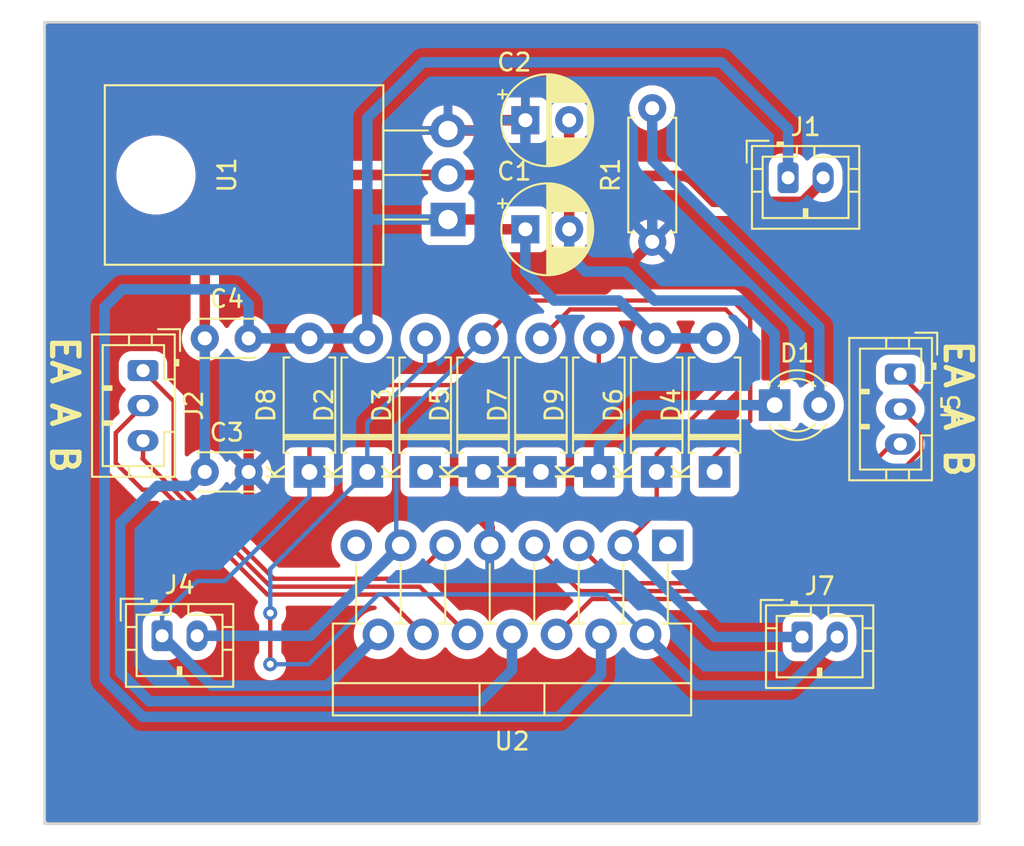
<source format=kicad_pcb>
(kicad_pcb (version 20221018) (generator pcbnew)
  (title_block (title "L298 Motor Driver Module") (date "2020-05-10") (rev "V1.0") (company "www.ArnabKumarDas.com") (comment 1 "Open Source Hardware"))
  (layers (0 "F.Cu" signal) (31 "B.Cu" signal) (34 "B.Paste" user) (35 "F.Paste" user) (36 "B.SilkS" user "B.Silkscreen") (37 "F.SilkS" user "F.Silkscreen") (38 "B.Mask" user) (39 "F.Mask" user) (44 "Edge.Cuts" user))
  (net 0 "")
  (net 1 "+BATT")
  (net 2 "GND")
  (net 3 "+5V")
  (net 4 "Net-(D1-A)")
  (net 5 "Net-(D2-K)")
  (net 6 "Net-(D4-K)")
  (net 7 "Net-(D6-K)")
  (net 8 "Net-(D8-K)")
  (net 9 "Net-(J2-Pin_1)")
  (net 10 "Net-(J2-Pin_2)")
  (net 11 "Net-(J2-Pin_3)")
  (net 12 "Net-(J5-Pin_1)")
  (net 13 "Net-(J5-Pin_2)")
  (net 14 "Net-(J5-Pin_3)")
  (net 15 "Net-(J6-Pin_2)")
  (net 16 "Net-(J6-Pin_1)")
  (footprint "Capacitor_THT:CP_Radial_D5.0mm_P2.50mm" (layer "F.Cu") (at 146.812 86.741)
    (fp_text reference "C1" (at -0.635 -3.302) (layer "F.SilkS"))
    (fp_text value "47u")
    (pad "1" thru_hole rect (at 0 0) (size 1.6 1.6) (drill 0.8) (layers "*.Cu" "*.Mask") (net 1 "+BATT"))
    (pad "2" thru_hole circle (at 2.5 0) (size 1.6 1.6) (drill 0.8) (layers "*.Cu" "*.Mask") (net 2 "GND"))
  )
  (footprint "Capacitor_THT:CP_Radial_D5.0mm_P2.50mm" (layer "F.Cu") (at 146.812 80.518)
    (fp_text reference "C2" (at -0.635 -3.302) (layer "F.SilkS"))
    (fp_text value "47u")
    (pad "1" thru_hole rect (at 0 0) (size 1.6 1.6) (drill 0.8) (layers "*.Cu" "*.Mask") (net 3 "+5V"))
    (pad "2" thru_hole circle (at 2.5 0) (size 1.6 1.6) (drill 0.8) (layers "*.Cu" "*.Mask") (net 2 "GND"))
  )
  (footprint "Capacitor_THT:C_Disc_D3.0mm_W2.0mm_P2.50mm" (layer "F.Cu") (at 128.524 100.584)
    (fp_text reference "C3" (at 1.25 -2.25) (layer "F.SilkS"))
    (fp_text value "100n")
    (pad "1" thru_hole circle (at 0 0) (size 1.6 1.6) (drill 0.8) (layers "*.Cu" "*.Mask") (net 2 "GND"))
    (pad "2" thru_hole circle (at 2.5 0) (size 1.6 1.6) (drill 0.8) (layers "*.Cu" "*.Mask") (net 3 "+5V"))
  )
  (footprint "Capacitor_THT:C_Disc_D3.0mm_W2.0mm_P2.50mm" (layer "F.Cu") (at 128.524 92.964)
    (fp_text reference "C4" (at 1.25 -2.25) (layer "F.SilkS"))
    (fp_text value "100n")
    (pad "1" thru_hole circle (at 0 0) (size 1.6 1.6) (drill 0.8) (layers "*.Cu" "*.Mask") (net 2 "GND"))
    (pad "2" thru_hole circle (at 2.5 0) (size 1.6 1.6) (drill 0.8) (layers "*.Cu" "*.Mask") (net 1 "+BATT"))
  )
  (footprint "LED_THT:LED_D3.0mm" (layer "F.Cu") (at 161.036 96.774)
    (fp_text reference "D1" (at 1.27 -2.96) (layer "F.SilkS"))
    (fp_text value "LED")
    (pad "1" thru_hole rect (at 0 0) (size 1.8 1.8) (drill 0.9) (layers "*.Cu" "*.Mask") (net 2 "GND"))
    (pad "2" thru_hole circle (at 2.54 0) (size 1.8 1.8) (drill 0.9) (layers "*.Cu" "*.Mask") (net 4 "Net-(D1-A)"))
  )
  (footprint "Diode_THT:D_A-405_P7.62mm_Horizontal" (layer "F.Cu") (at 137.795 100.584 90)
    (fp_text reference "D2" (at 3.81 -2.47 90) (layer "F.SilkS"))
    (fp_text value "1N4007")
    (fp_text user "K" (at 0 -1.9 90) (layer "F.SilkS"))
    (pad "1" thru_hole rect (at 0 0 90) (size 1.8 1.8) (drill 0.9) (layers "*.Cu" "*.Mask") (net 5 "Net-(D2-K)"))
    (pad "2" thru_hole oval (at 7.62 0 90) (size 1.8 1.8) (drill 0.9) (layers "*.Cu" "*.Mask") (net 1 "+BATT"))
  )
  (footprint "Diode_THT:D_A-405_P7.62mm_Horizontal" (layer "F.Cu") (at 141.097 100.584 90)
    (fp_text reference "D3" (at 3.81 -2.47 90) (layer "F.SilkS"))
    (fp_text value "1N4007")
    (fp_text user "K" (at 0 -1.9 90) (layer "F.SilkS"))
    (pad "1" thru_hole rect (at 0 0 90) (size 1.8 1.8) (drill 0.9) (layers "*.Cu" "*.Mask") (net 2 "GND"))
    (pad "2" thru_hole oval (at 7.62 0 90) (size 1.8 1.8) (drill 0.9) (layers "*.Cu" "*.Mask") (net 5 "Net-(D2-K)"))
  )
  (footprint "Diode_THT:D_A-405_P7.62mm_Horizontal" (layer "F.Cu") (at 157.607 100.584 90)
    (fp_text reference "D4" (at 3.81 -2.47 90) (layer "F.SilkS"))
    (fp_text value "1N4007")
    (fp_text user "K" (at 0 -1.9 90) (layer "F.SilkS"))
    (pad "1" thru_hole rect (at 0 0 90) (size 1.8 1.8) (drill 0.9) (layers "*.Cu" "*.Mask") (net 6 "Net-(D4-K)"))
    (pad "2" thru_hole oval (at 7.62 0 90) (size 1.8 1.8) (drill 0.9) (layers "*.Cu" "*.Mask") (net 1 "+BATT"))
  )
  (footprint "Diode_THT:D_A-405_P7.62mm_Horizontal" (layer "F.Cu") (at 144.399 100.584 90)
    (fp_text reference "D5" (at 3.81 -2.47 90) (layer "F.SilkS"))
    (fp_text value "1N4007")
    (fp_text user "K" (at 0 -1.9 90) (layer "F.SilkS"))
    (pad "1" thru_hole rect (at 0 0 90) (size 1.8 1.8) (drill 0.9) (layers "*.Cu" "*.Mask") (net 2 "GND"))
    (pad "2" thru_hole oval (at 7.62 0 90) (size 1.8 1.8) (drill 0.9) (layers "*.Cu" "*.Mask") (net 6 "Net-(D4-K)"))
  )
  (footprint "Diode_THT:D_A-405_P7.62mm_Horizontal" (layer "F.Cu") (at 154.305 100.584 90)
    (fp_text reference "D6" (at 3.81 -2.47 90) (layer "F.SilkS"))
    (fp_text value "1N4007")
    (fp_text user "K" (at 0 -1.9 90) (layer "F.SilkS"))
    (pad "1" thru_hole rect (at 0 0 90) (size 1.8 1.8) (drill 0.9) (layers "*.Cu" "*.Mask") (net 7 "Net-(D6-K)"))
    (pad "2" thru_hole oval (at 7.62 0 90) (size 1.8 1.8) (drill 0.9) (layers "*.Cu" "*.Mask") (net 1 "+BATT"))
  )
  (footprint "Diode_THT:D_A-405_P7.62mm_Horizontal" (layer "F.Cu") (at 147.701 100.584 90)
    (fp_text reference "D7" (at 3.81 -2.47 90) (layer "F.SilkS"))
    (fp_text value "1N4007")
    (fp_text user "K" (at 0 -1.9 90) (layer "F.SilkS"))
    (pad "1" thru_hole rect (at 0 0 90) (size 1.8 1.8) (drill 0.9) (layers "*.Cu" "*.Mask") (net 2 "GND"))
    (pad "2" thru_hole oval (at 7.62 0 90) (size 1.8 1.8) (drill 0.9) (layers "*.Cu" "*.Mask") (net 7 "Net-(D6-K)"))
  )
  (footprint "Diode_THT:D_A-405_P7.62mm_Horizontal" (layer "F.Cu") (at 134.493 100.584 90)
    (fp_text reference "D8" (at 3.81 -2.47 90) (layer "F.SilkS"))
    (fp_text value "1N4007")
    (fp_text user "K" (at 0 -1.9 90) (layer "F.SilkS"))
    (pad "1" thru_hole rect (at 0 0 90) (size 1.8 1.8) (drill 0.9) (layers "*.Cu" "*.Mask") (net 8 "Net-(D8-K)"))
    (pad "2" thru_hole oval (at 7.62 0 90) (size 1.8 1.8) (drill 0.9) (layers "*.Cu" "*.Mask") (net 1 "+BATT"))
  )
  (footprint "Diode_THT:D_A-405_P7.62mm_Horizontal" (layer "F.Cu") (at 151.003 100.584 90)
    (fp_text reference "D9" (at 3.81 -2.54 90) (layer "F.SilkS"))
    (fp_text value "1N4007")
    (fp_text user "K" (at 0 -1.9 90) (layer "F.SilkS"))
    (pad "1" thru_hole rect (at 0 0 90) (size 1.8 1.8) (drill 0.9) (layers "*.Cu" "*.Mask") (net 2 "GND"))
    (pad "2" thru_hole oval (at 7.62 0 90) (size 1.8 1.8) (drill 0.9) (layers "*.Cu" "*.Mask") (net 8 "Net-(D8-K)"))
  )
  (footprint "Resistor_THT:R_Axial_DIN0207_L6.3mm_D2.5mm_P7.62mm_Horizontal" (layer "F.Cu") (at 154.051 87.454 90)
    (fp_text reference "R1" (at 3.81 -2.37 90) (layer "F.SilkS"))
    (fp_text value "R")
    (pad "1" thru_hole circle (at 0 0 90) (size 1.6 1.6) (drill 0.8) (layers "*.Cu" "*.Mask") (net 3 "+5V"))
    (pad "2" thru_hole oval (at 7.62 0 90) (size 1.6 1.6) (drill 0.8) (layers "*.Cu" "*.Mask") (net 4 "Net-(D1-A)"))
  )
  (footprint "Package_TO_SOT_THT:TO-220-3_Horizontal_TabDown" (layer "F.Cu") (at 142.4 86.184 90)
    (fp_text reference "U1" (at 2.54 -12.606 90) (layer "F.SilkS"))
    (fp_text value "L7805")
    (pad "" np_thru_hole oval (at 2.54 -16.66 90) (size 3.5 3.5) (drill 3.5) (layers "*.Cu" "*.Mask"))
    (pad "1" thru_hole rect (at 0 0 90) (size 1.905 2) (drill 1.1) (layers "*.Cu" "*.Mask") (net 1 "+BATT"))
    (pad "2" thru_hole oval (at 2.54 0 90) (size 1.905 2) (drill 1.1) (layers "*.Cu" "*.Mask") (net 2 "GND"))
    (pad "3" thru_hole oval (at 5.08 0 90) (size 1.905 2) (drill 1.1) (layers "*.Cu" "*.Mask") (net 3 "+5V"))
  )
  (footprint "Package_TO_SOT_THT:TO-220-15_P2.54x2.54mm_StaggerOdd_Lead4.58mm_Vertical" (layer "F.Cu") (at 154.94 104.775 180)
    (fp_text reference "U2" (at 8.890001 -11.176 180) (layer "F.SilkS"))
    (fp_text value "L298HN")
    (pad "1" thru_hole rect (at 0 0 180) (size 1.8 1.8) (drill 1) (layers "*.Cu" "*.Mask") (net 15 "Net-(J6-Pin_2)"))
    (pad "2" thru_hole oval (at 1.27 -5.08 180) (size 1.8 1.8) (drill 1) (layers "*.Cu" "*.Mask") (net 5 "Net-(D2-K)"))
    (pad "3" thru_hole oval (at 2.54 0 180) (size 1.8 1.8) (drill 1) (layers "*.Cu" "*.Mask") (net 7 "Net-(D6-K)"))
    (pad "4" thru_hole oval (at 3.81 -5.08 180) (size 1.8 1.8) (drill 1) (layers "*.Cu" "*.Mask") (net 1 "+BATT"))
    (pad "5" thru_hole oval (at 5.08 0 180) (size 1.8 1.8) (drill 1) (layers "*.Cu" "*.Mask") (net 14 "Net-(J5-Pin_3)"))
    (pad "6" thru_hole oval (at 6.35 -5.08 180) (size 1.8 1.8) (drill 1) (layers "*.Cu" "*.Mask") (net 12 "Net-(J5-Pin_1)"))
    (pad "7" thru_hole oval (at 7.62 0 180) (size 1.8 1.8) (drill 1) (layers "*.Cu" "*.Mask") (net 13 "Net-(J5-Pin_2)"))
    (pad "8" thru_hole oval (at 8.89 -5.08 180) (size 1.8 1.8) (drill 1) (layers "*.Cu" "*.Mask") (net 2 "GND"))
    (pad "9" thru_hole oval (at 10.16 0 180) (size 1.8 1.8) (drill 1) (layers "*.Cu" "*.Mask") (net 3 "+5V"))
    (pad "10" thru_hole oval (at 11.43 -5.08 180) (size 1.8 1.8) (drill 1) (layers "*.Cu" "*.Mask") (net 11 "Net-(J2-Pin_3)"))
    (pad "11" thru_hole oval (at 12.7 0 180) (size 1.8 1.8) (drill 1) (layers "*.Cu" "*.Mask") (net 9 "Net-(J2-Pin_1)"))
    (pad "12" thru_hole oval (at 13.97 -5.08 180) (size 1.8 1.8) (drill 1) (layers "*.Cu" "*.Mask") (net 10 "Net-(J2-Pin_2)"))
    (pad "13" thru_hole oval (at 15.24 0 180) (size 1.8 1.8) (drill 1) (layers "*.Cu" "*.Mask") (net 6 "Net-(D4-K)"))
    (pad "14" thru_hole oval (at 16.51 -5.08 180) (size 1.8 1.8) (drill 1) (layers "*.Cu" "*.Mask") (net 8 "Net-(D8-K)"))
    (pad "15" thru_hole oval (at 17.78 0 180) (size 1.8 1.8) (drill 1) (layers "*.Cu" "*.Mask") (net 16 "Net-(J6-Pin_1)"))
  )
  (footprint "Connector_JST:JST_PH_B2B-PH-K_1x02_P2.00mm_Vertical" (layer "F.Cu") (at 126.0856 109.9312)
    (fp_text reference "J4" (at 1 -2.9) (layer "F.SilkS"))
    (fp_text value "MOTOR2 OUT")
    (pad "1" thru_hole roundrect (at 0 0) (size 1.2 1.75) (drill 0.75) (layers "*.Cu" "*.Mask") (roundrect_rratio 0.208333) (net 8 "Net-(D8-K)"))
    (pad "2" thru_hole oval (at 2 0) (size 1.2 1.75) (drill 0.75) (layers "*.Cu" "*.Mask") (net 6 "Net-(D4-K)"))
  )
  (footprint "Connector_JST:JST_PH_B3B-PH-K_1x03_P2.00mm_Vertical" (layer "F.Cu") (at 125 94.8 -90)
    (fp_text reference "J2" (at 2 -2.9 90) (layer "F.SilkS"))
    (fp_text value "MOTOR2 IN")
    (pad "1" thru_hole roundrect (at 0 0 270) (size 1.2 1.75) (drill 0.75) (layers "*.Cu" "*.Mask") (roundrect_rratio 0.208333) (net 9 "Net-(J2-Pin_1)"))
    (pad "2" thru_hole oval (at 2 0 270) (size 1.2 1.75) (drill 0.75) (layers "*.Cu" "*.Mask") (net 10 "Net-(J2-Pin_2)"))
    (pad "3" thru_hole oval (at 4 0 270) (size 1.2 1.75) (drill 0.75) (layers "*.Cu" "*.Mask") (net 11 "Net-(J2-Pin_3)"))
  )
  (footprint "Connector_JST:JST_PH_B2B-PH-K_1x02_P2.00mm_Vertical" (layer "F.Cu") (at 161.8 83.8)
    (fp_text reference "J1" (at 1 -2.9) (layer "F.SilkS"))
    (fp_text value "POWER")
    (pad "1" thru_hole roundrect (at 0 0) (size 1.2 1.75) (drill 0.75) (layers "*.Cu" "*.Mask") (roundrect_rratio 0.208333) (net 1 "+BATT"))
    (pad "2" thru_hole oval (at 2 0) (size 1.2 1.75) (drill 0.75) (layers "*.Cu" "*.Mask") (net 2 "GND"))
  )
  (footprint "Connector_JST:JST_PH_B3B-PH-K_1x03_P2.00mm_Vertical" (layer "F.Cu") (at 168.2 95 -90)
    (fp_text reference "J5" (at 2 -2.9 90) (layer "F.SilkS"))
    (fp_text value "MOTOR1 IN")
    (pad "1" thru_hole roundrect (at 0 0 270) (size 1.2 1.75) (drill 0.75) (layers "*.Cu" "*.Mask") (roundrect_rratio 0.208333) (net 12 "Net-(J5-Pin_1)"))
    (pad "2" thru_hole oval (at 2 0 270) (size 1.2 1.75) (drill 0.75) (layers "*.Cu" "*.Mask") (net 13 "Net-(J5-Pin_2)"))
    (pad "3" thru_hole oval (at 4 0 270) (size 1.2 1.75) (drill 0.75) (layers "*.Cu" "*.Mask") (net 14 "Net-(J5-Pin_3)"))
  )
  (footprint "Connector_JST:JST_PH_B2B-PH-K_1x02_P2.00mm_Vertical" (layer "F.Cu") (at 162.6 110)
    (fp_text reference "J7" (at 1 -2.9) (layer "F.SilkS"))
    (fp_text value "MOTOR1 OUT")
    (pad "1" thru_hole roundrect (at 0 0) (size 1.2 1.75) (drill 0.75) (layers "*.Cu" "*.Mask") (roundrect_rratio 0.208333) (net 7 "Net-(D6-K)"))
    (pad "2" thru_hole oval (at 2 0) (size 1.2 1.75) (drill 0.75) (layers "*.Cu" "*.Mask") (net 5 "Net-(D2-K)"))
  )
  (gr_line (start 172.72 74.93) (end 172.72 120.65) (stroke (width 0.15)) (layer "Edge.Cuts"))
  (gr_line (start 119.38 74.93) (end 172.72 74.93) (stroke (width 0.15)) (layer "Edge.Cuts"))
  (gr_line (start 119.38 120.65) (end 119.38 74.93) (stroke (width 0.15)) (layer "Edge.Cuts"))
  (gr_line (start 172.72 120.65) (end 119.38 120.65) (stroke (width 0.15)) (layer "Edge.Cuts"))
  (gr_text "www.ArnabKumarDas.com" (at 145.850148 118.282419) (layer "F.Cu") (effects (font (size 1.5 1.5) (thickness 0.3))))
  (gr_text "EA A B" (at 120.523 96.7486 270) (layer "F.SilkS") (effects (font (size 1.5 1.5) (thickness 0.3))))
  (gr_text "EA A B" (at 171.5008 96.9772 270) (layer "F.SilkS") (effects (font (size 1.5 1.5) (thickness 0.3))))
  (segment (start 146.812 86.741) (end 144.78 86.741) (width 0.6) (layer "F.Cu") (net 1))
  (segment (start 144.223 86.184) (end 142.4 86.184) (width 0.6) (layer "F.Cu") (net 1))
  (segment (start 144.78 86.741) (end 144.223 86.184) (width 0.6) (layer "F.Cu") (net 1))
  (segment (start 123.825 90.17) (end 122.809 91.186) (width 0.6) (layer "B.Cu") (net 1))
  (segment (start 137.795 80.391) (end 140.97 77.216) (width 0.6) (layer "B.Cu") (net 1))
  (segment (start 148.717 114.554) (end 151.13 112.141) (width 0.6) (layer "B.Cu") (net 1))
  (segment (start 124.968 114.554) (end 148.717 114.554) (width 0.6) (layer "B.Cu") (net 1))
  (segment (start 142.4 86.184) (end 137.873 86.184) (width 0.6) (layer "B.Cu") (net 1))
  (segment (start 131.024 92.964) (end 131.024 91.019) (width 0.6) (layer "B.Cu") (net 1))
  (segment (start 146.812 89.154) (end 146.812 86.741) (width 0.6) (layer "B.Cu") (net 1))
  (segment (start 157.607 92.964) (end 154.305 92.964) (width 0.6) (layer "B.Cu") (net 1))
  (segment (start 148.463 90.805) (end 146.812 89.154) (width 0.6) (layer "B.Cu") (net 1))
  (segment (start 130.175 90.17) (end 123.825 90.17) (width 0.6) (layer "B.Cu") (net 1))
  (segment (start 122.809 91.186) (end 122.809 112.395) (width 0.6) (layer "B.Cu") (net 1))
  (segment (start 151.13 112.141) (end 151.13 109.855) (width 0.6) (layer "B.Cu") (net 1))
  (segment (start 137.795 92.964) (end 134.493 92.964) (width 0.6) (layer "B.Cu") (net 1))
  (segment (start 131.024 91.019) (end 130.175 90.17) (width 0.6) (layer "B.Cu") (net 1))
  (segment (start 152.146 90.805) (end 148.463 90.805) (width 0.6) (layer "B.Cu") (net 1))
  (segment (start 137.795 86.106) (end 137.795 80.391) (width 0.6) (layer "B.Cu") (net 1))
  (segment (start 134.493 92.964) (end 131.024 92.964) (width 0.6) (layer "B.Cu") (net 1))
  (segment (start 122.809 112.395) (end 124.968 114.554) (width 0.6) (layer "B.Cu") (net 1))
  (segment (start 137.873 86.184) (end 137.795 86.106) (width 0.6) (layer "B.Cu") (net 1))
  (segment (start 157.988 77.216) (end 161.8 81.028) (width 0.6) (layer "B.Cu") (net 1))
  (segment (start 140.97 77.216) (end 157.988 77.216) (width 0.6) (layer "B.Cu") (net 1))
  (segment (start 161.8 81.028) (end 161.8 83.8) (width 0.6) (layer "B.Cu") (net 1))
  (segment (start 154.305 92.964) (end 152.146 90.805) (width 0.6) (layer "B.Cu") (net 1))
  (segment (start 137.795 86.106) (end 137.795 92.964) (width 0.6) (layer "B.Cu") (net 1))
  (segment (start 128.524 87.249) (end 128.524 92.964) (width 0.6) (layer "F.Cu") (net 2))
  (segment (start 163.8 84) (end 163.8 83.8) (width 0.6) (layer "F.Cu") (net 2))
  (segment (start 156.083 83.693) (end 157.565 85.175) (width 0.6) (layer "F.Cu") (net 2))
  (segment (start 149.312 83.693) (end 149.312 86.741) (width 0.6) (layer "F.Cu") (net 2))
  (segment (start 142.4 83.644) (end 149.263 83.644) (width 0.6) (layer "F.Cu") (net 2))
  (segment (start 156.083 83.693) (end 149.312 83.693) (width 0.6) (layer "F.Cu") (net 2))
  (segment (start 157.565 85.175) (end 162.625 85.175) (width 0.6) (layer "F.Cu") (net 2))
  (segment (start 162.625 85.175) (end 163.8 84) (width 0.6) (layer "F.Cu") (net 2))
  (segment (start 149.263 83.644) (end 149.312 83.693) (width 0.6) (layer "F.Cu") (net 2))
  (segment (start 142.4 83.644) (end 132.129 83.644) (width 0.6) (layer "F.Cu") (net 2))
  (segment (start 149.312 81.26837) (end 149.312 83.693) (width 0.6) (layer "F.Cu") (net 2))
  (segment (start 132.129 83.644) (end 128.524 87.249) (width 0.6) (layer "F.Cu") (net 2))
  (segment (start 149.312 80.137) (end 149.312 81.26837) (width 0.6) (layer "F.Cu") (net 2))
  (segment (start 151.003 100.584) (end 151.003 99.084) (width 0.6) (layer "B.Cu") (net 2))
  (segment (start 123.698 103.505) (end 125.819001 101.383999) (width 0.6) (layer "B.Cu") (net 2))
  (segment (start 149.312 88.225) (end 150.241 89.154) (width 0.6) (layer "B.Cu") (net 2))
  (segment (start 125.349 113.665) (end 123.698 112.014) (width 0.6) (layer "B.Cu") (net 2))
  (segment (start 159.536 96.774) (end 161.036 96.774) (width 0.6) (layer "B.Cu") (net 2))
  (segment (start 146.05 111.887) (end 144.272 113.665) (width 0.6) (layer "B.Cu") (net 2))
  (segment (start 154.178 90.805) (end 159.131 90.805) (width 0.6) (layer "B.Cu") (net 2))
  (segment (start 159.131 90.805) (end 161.036 92.71) (width 0.6) (layer "B.Cu") (net 2))
  (segment (start 161.036 92.71) (end 161.036 95.274) (width 0.6) (layer "B.Cu") (net 2))
  (segment (start 153.313 96.774) (end 159.536 96.774) (width 0.6) (layer "B.Cu") (net 2))
  (segment (start 123.698 112.014) (end 123.698 103.505) (width 0.6) (layer "B.Cu") (net 2))
  (segment (start 152.527 89.154) (end 154.178 90.805) (width 0.6) (layer "B.Cu") (net 2))
  (segment (start 151.003 99.084) (end 153.313 96.774) (width 0.6) (layer "B.Cu") (net 2))
  (segment (start 161.036 95.274) (end 161.036 96.774) (width 0.6) (layer "B.Cu") (net 2))
  (segment (start 146.05 109.855) (end 146.05 111.887) (width 0.6) (layer "B.Cu") (net 2))
  (segment (start 125.819001 101.383999) (end 127.724001 101.383999) (width 0.6) (layer "B.Cu") (net 2))
  (segment (start 128.524 92.964) (end 128.524 100.33) (width 0.6) (layer "B.Cu") (net 2))
  (segment (start 149.312 86.741) (end 149.312 88.225) (width 0.6) (layer "B.Cu") (net 2))
  (segment (start 151.003 100.584) (end 147.701 100.584) (width 0.6) (layer "B.Cu") (net 2))
  (segment (start 144.272 113.665) (end 125.349 113.665) (width 0.6) (layer "B.Cu") (net 2))
  (segment (start 150.241 89.154) (end 152.527 89.154) (width 0.6) (layer "B.Cu") (net 2))
  (segment (start 127.724001 101.383999) (end 128.524 100.584) (width 0.6) (layer "B.Cu") (net 2))
  (segment (start 147.701 100.584) (end 144.399 100.584) (width 0.6) (layer "B.Cu") (net 2))
  (segment (start 144.399 100.584) (end 141.097 100.584) (width 0.6) (layer "B.Cu") (net 2))
  (segment (start 154.051 87.454) (end 151.335 90.17) (width 0.6) (layer "F.Cu") (net 3))
  (segment (start 143.637 102.616) (end 144.78 103.759) (width 0.6) (layer "F.Cu") (net 3))
  (segment (start 144.321 81.104) (end 144.907 80.518) (width 0.6) (layer "F.Cu") (net 3))
  (segment (start 144.78 103.759) (end 144.78 104.775) (width 0.6) (layer "F.Cu") (net 3))
  (segment (start 134.494 90.17) (end 132.588 92.076) (width 0.6) (layer "F.Cu") (net 3))
  (segment (start 142.4 81.104) (end 144.321 81.104) (width 0.6) (layer "F.Cu") (net 3))
  (segment (start 151.335 90.17) (end 134.494 90.17) (width 0.6) (layer "F.Cu") (net 3))
  (segment (start 144.907 80.518) (end 146.431 80.518) (width 0.6) (layer "F.Cu") (net 3))
  (segment (start 131.024 101.911891) (end 131.728109 102.616) (width 0.6) (layer "F.Cu") (net 3))
  (segment (start 131.024 99.227) (end 131.024 100.584) (width 0.6) (layer "F.Cu") (net 3))
  (segment (start 132.588 92.076) (end 132.588 97.663) (width 0.6) (layer "F.Cu") (net 3))
  (segment (start 131.024 100.584) (end 131.024 101.911891) (width 0.6) (layer "F.Cu") (net 3))
  (segment (start 146.431 80.518) (end 146.812 80.137) (width 0.6) (layer "F.Cu") (net 3))
  (segment (start 131.728109 102.616) (end 143.637 102.616) (width 0.6) (layer "F.Cu") (net 3))
  (segment (start 132.588 97.663) (end 131.024 99.227) (width 0.6) (layer "F.Cu") (net 3))
  (segment (start 146.812 82.042) (end 146.812 80.518) (width 0.6) (layer "B.Cu") (net 3))
  (segment (start 154.051 85.471) (end 152.273 83.693) (width 0.6) (layer "B.Cu") (net 3))
  (segment (start 152.273 83.693) (end 148.463 83.693) (width 0.6) (layer "B.Cu") (net 3))
  (segment (start 154.051 87.454) (end 154.051 85.471) (width 0.6) (layer "B.Cu") (net 3))
  (segment (start 148.463 83.693) (end 146.812 82.042) (width 0.6) (layer "B.Cu") (net 3))
  (segment (start 154.051 82.804) (end 163.576 92.329) (width 0.6) (layer "B.Cu") (net 4))
  (segment (start 154.051 79.834) (end 154.051 82.804) (width 0.6) (layer "B.Cu") (net 4))
  (segment (start 163.576 92.329) (end 163.576 96.774) (width 0.6) (layer "B.Cu") (net 4))
  (segment (start 132.2578 111.5568) (end 132.2578 108.6358) (width 0.25) (layer "F.Cu") (net 5))
  (via (at 132.2578 108.6358) (size 0.8) (drill 0.4) (layers "F.Cu" "B.Cu") (net 5))
  (via (at 132.2578 111.5568) (size 0.8) (drill 0.4) (layers "F.Cu" "B.Cu") (net 5))
  (segment (start 132.2578 108.6358) (end 132.2578 106.1212) (width 0.25) (layer "B.Cu") (net 5))
  (segment (start 153.67 109.855) (end 151.384 107.569) (width 0.25) (layer "B.Cu") (net 5))
  (segment (start 153.67 109.855) (end 156.591 112.776) (width 0.6) (layer "B.Cu") (net 5))
  (segment (start 141.097 94.488) (end 137.795 97.79) (width 0.25) (layer "B.Cu") (net 5))
  (segment (start 164.6 110.035662) (end 164.6 110) (width 0.6) (layer "B.Cu") (net 5))
  (segment (start 132.2578 106.1212) (end 137.795 100.584) (width 0.25) (layer "B.Cu") (net 5))
  (segment (start 137.795 97.79) (end 137.795 100.584) (width 0.25) (layer "B.Cu") (net 5))
  (segment (start 134.4422 111.5568) (end 132.2578 111.5568) (width 0.25) (layer "B.Cu") (net 5))
  (segment (start 141.097 92.964) (end 141.097 94.488) (width 0.25) (layer "B.Cu") (net 5))
  (segment (start 138.43 107.569) (end 134.4422 111.5568) (width 0.25) (layer "B.Cu") (net 5))
  (segment (start 161.859662 112.776) (end 164.6 110.035662) (width 0.6) (layer "B.Cu") (net 5))
  (segment (start 156.591 112.776) (end 161.859662 112.776) (width 0.6) (layer "B.Cu") (net 5))
  (segment (start 151.384 107.569) (end 138.43 107.569) (width 0.25) (layer "B.Cu") (net 5))
  (segment (start 159.639 91.821) (end 158.623 90.805) (width 0.25) (layer "F.Cu") (net 6))
  (segment (start 158.623 90.805) (end 146.558 90.805) (width 0.25) (layer "F.Cu") (net 6))
  (segment (start 145.298999 92.064001) (end 144.399 92.964) (width 0.25) (layer "F.Cu") (net 6))
  (segment (start 146.558 90.805) (end 145.298999 92.064001) (width 0.25) (layer "F.Cu") (net 6))
  (segment (start 159.639 97.663) (end 159.639 91.821) (width 0.25) (layer "F.Cu") (net 6))
  (segment (start 157.607 99.695) (end 159.639 97.663) (width 0.25) (layer "F.Cu") (net 6))
  (segment (start 157.607 100.584) (end 157.607 99.695) (width 0.25) (layer "F.Cu") (net 6))
  (segment (start 139.446 104.521) (end 139.446 97.917) (width 0.25) (layer "B.Cu") (net 6))
  (segment (start 139.7 104.775) (end 134.5438 109.9312) (width 0.6) (layer "B.Cu") (net 6))
  (segment (start 134.5438 109.9312) (end 128.0856 109.9312) (width 0.6) (layer "B.Cu") (net 6))
  (segment (start 139.7 104.775) (end 139.446 104.521) (width 0.25) (layer "B.Cu") (net 6))
  (segment (start 139.446 97.917) (end 144.399 92.964) (width 0.25) (layer "B.Cu") (net 6))
  (segment (start 154.305 99.568) (end 154.305 100.584) (width 0.25) (layer "F.Cu") (net 7))
  (segment (start 158.242 91.313) (end 159.131 92.202) (width 0.25) (layer "F.Cu") (net 7))
  (segment (start 159.131 94.742) (end 154.305 99.568) (width 0.25) (layer "F.Cu") (net 7))
  (segment (start 149.352 91.313) (end 158.242 91.313) (width 0.25) (layer "F.Cu") (net 7))
  (segment (start 154.305 100.584) (end 154.305 102.87) (width 0.25) (layer "F.Cu") (net 7))
  (segment (start 147.701 92.964) (end 149.352 91.313) (width 0.25) (layer "F.Cu") (net 7))
  (segment (start 154.305 102.87) (end 152.4 104.775) (width 0.25) (layer "F.Cu") (net 7))
  (segment (start 159.131 92.202) (end 159.131 94.742) (width 0.25) (layer "F.Cu") (net 7))
  (segment (start 157.625 110) (end 162.6 110) (width 0.6) (layer "B.Cu") (net 7))
  (segment (start 152.4 104.775) (end 157.625 110) (width 0.6) (layer "B.Cu") (net 7))
  (segment (start 151.003 92.964) (end 151.003 94.615) (width 0.25) (layer "F.Cu") (net 8))
  (segment (start 149.987 95.631) (end 136.652 95.631) (width 0.25) (layer "F.Cu") (net 8))
  (segment (start 134.493 97.79) (end 134.493 100.584) (width 0.25) (layer "F.Cu") (net 8))
  (segment (start 151.003 94.615) (end 149.987 95.631) (width 0.25) (layer "F.Cu") (net 8))
  (segment (start 136.652 95.631) (end 134.493 97.79) (width 0.25) (layer "F.Cu") (net 8))
  (segment (start 135.509 112.776) (end 128.9304 112.776) (width 0.6) (layer "B.Cu") (net 8))
  (segment (start 134.493 100.584) (end 134.493 101.981) (width 0.25) (layer "B.Cu") (net 8))
  (segment (start 138.43 109.855) (end 135.509 112.776) (width 0.6) (layer "B.Cu") (net 8))
  (segment (start 128.9304 112.776) (end 126.0856 109.9312) (width 0.6) (layer "B.Cu") (net 8))
  (segment (start 134.493 101.981) (end 129.667 106.807) (width 0.25) (layer "B.Cu") (net 8))
  (segment (start 126.0856 108.8136) (end 126.0856 109.9312) (width 0.25) (layer "B.Cu") (net 8))
  (segment (start 129.667 106.807) (end 128.0922 106.807) (width 0.25) (layer "B.Cu") (net 8))
  (segment (start 128.0922 106.807) (end 126.0856 108.8136) (width 0.25) (layer "B.Cu") (net 8))
  (segment (start 126.746 100.96218) (end 126.746 96.546) (width 0.25) (layer "F.Cu") (net 9))
  (segment (start 132.46382 106.68) (end 126.746 100.96218) (width 0.25) (layer "F.Cu") (net 9))
  (segment (start 140.335 106.68) (end 132.46382 106.68) (width 0.25) (layer "F.Cu") (net 9))
  (segment (start 142.24 104.775) (end 140.335 106.68) (width 0.25) (layer "F.Cu") (net 9))
  (segment (start 126.746 96.546) (end 125 94.8) (width 0.25) (layer "F.Cu") (net 9))
  (segment (start 138.695022 107.580022) (end 132.091022 107.580022) (width 0.25) (layer "F.Cu") (net 10))
  (segment (start 123.444 100.076) (end 123.444 98.356) (width 0.25) (layer "F.Cu") (net 10))
  (segment (start 124.968 101.6) (end 123.444 100.076) (width 0.25) (layer "F.Cu") (net 10))
  (segment (start 123.444 98.356) (end 125 96.8) (width 0.25) (layer "F.Cu") (net 10))
  (segment (start 132.091022 107.580022) (end 126.111 101.6) (width 0.25) (layer "F.Cu") (net 10))
  (segment (start 126.111 101.6) (end 124.968 101.6) (width 0.25) (layer "F.Cu") (net 10))
  (segment (start 140.97 109.855) (end 138.695022 107.580022) (width 0.25) (layer "F.Cu") (net 10))
  (segment (start 143.51 109.855) (end 140.785011 107.130011) (width 0.25) (layer "F.Cu") (net 11))
  (segment (start 124.968 99.82059) (end 125 99.78859) (width 0.25) (layer "F.Cu") (net 11))
  (segment (start 132.277421 107.130011) (end 124.968 99.82059) (width 0.25) (layer "F.Cu") (net 11))
  (segment (start 125 99.78859) (end 125 98.8) (width 0.25) (layer "F.Cu") (net 11))
  (segment (start 140.785011 107.130011) (end 132.277421 107.130011) (width 0.25) (layer "F.Cu") (net 11))
  (segment (start 170 96.8) (end 168.2 95) (width 0.25) (layer "F.Cu") (net 12))
  (segment (start 166.387821 101.6) (end 167.819544 101.6) (width 0.25) (layer "F.Cu") (net 12))
  (segment (start 167.819544 101.6) (end 170 99.419544) (width 0.25) (layer "F.Cu") (net 12))
  (segment (start 148.59 109.855) (end 150.610978 107.834022) (width 0.25) (layer "F.Cu") (net 12))
  (segment (start 150.610978 107.834022) (end 160.1538 107.834021) (width 0.25) (layer "F.Cu") (net 12))
  (segment (start 160.1538 107.834021) (end 166.387821 101.6) (width 0.25) (layer "F.Cu") (net 12))
  (segment (start 170 99.419544) (end 170 96.8) (width 0.25) (layer "F.Cu") (net 12))
  (segment (start 159.9674 107.38401) (end 166.25941 101.092) (width 0.25) (layer "F.Cu") (net 13))
  (segment (start 149.929011 107.384011) (end 159.9674 107.38401) (width 0.25) (layer "F.Cu") (net 13))
  (segment (start 169.4 98.2) (end 168.2 97) (width 0.25) (layer "F.Cu") (net 13))
  (segment (start 167.691148 101.092) (end 169.4 99.383148) (width 0.25) (layer "F.Cu") (net 13))
  (segment (start 169.4 99.383148) (end 169.4 98.2) (width 0.25) (layer "F.Cu") (net 13))
  (segment (start 166.25941 101.092) (end 167.691148 101.092) (width 0.25) (layer "F.Cu") (net 13))
  (segment (start 147.32 104.775) (end 149.929011 107.384011) (width 0.25) (layer "F.Cu") (net 13))
  (segment (start 149.86 104.775) (end 152.019 106.934) (width 0.25) (layer "F.Cu") (net 14))
  (segment (start 168.026852 99.173148) (end 168.2 99) (width 0.25) (layer "F.Cu") (net 14))
  (segment (start 152.019 106.934) (end 159.781 106.934) (width 0.25) (layer "F.Cu") (net 14))
  (segment (start 159.781 106.934) (end 167.541852 99.173148) (width 0.25) (layer "F.Cu") (net 14))
  (segment (start 167.541852 99.173148) (end 168.026852 99.173148) (width 0.25) (layer "F.Cu") (net 14))
  (zone (net 2) (net_name "GND") (layer "F.Cu") (connect_pads (clearance 0.508)) (min_thickness 0.254) (fill yes (thermal_gap 0.508) (thermal_bridge_width 0.508))
    (polygon (pts (xy 116.84 73.66) (xy 175.26 73.66) (xy 175.26 121.92) (xy 116.84 121.92)))
  )
  (zone (net 3) (net_name "+5V") (layer "F.Cu") (priority 1) (connect_pads (clearance 0.508)) (min_thickness 0.25) (fill yes (thermal_gap 0.5) (thermal_bridge_width 0.5))
    (polygon (pts (xy 172.8 74.8) (xy 172.8 120.8) (xy 119.4 120.8) (xy 119.2 120.6) (xy 119.2 74.8)))
  )
  (zone (net 3) (net_name "+5V") (layer "B.Cu") (priority 2) (connect_pads (clearance 0.508)) (min_thickness 0.25) (fill yes (thermal_gap 0.5) (thermal_bridge_width 0.5))
    (polygon (pts (xy 173.228 74.676) (xy 173.228 120.396) (xy 172.72 120.904) (xy 118.872 120.904) (xy 118.872 74.676)))
  )
)
</source>
